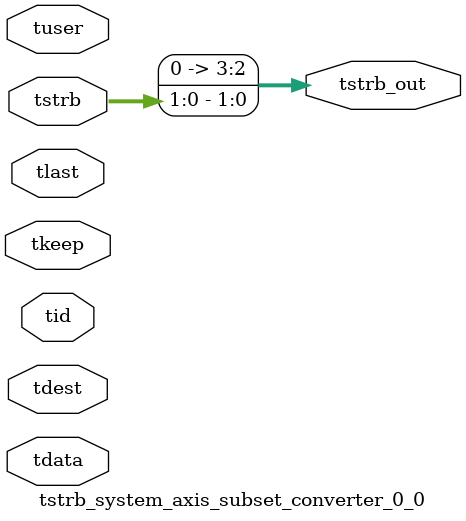
<source format=v>


`timescale 1ps/1ps

module tstrb_system_axis_subset_converter_0_0 #
(
parameter C_S_AXIS_TDATA_WIDTH = 32,
parameter C_S_AXIS_TUSER_WIDTH = 0,
parameter C_S_AXIS_TID_WIDTH   = 0,
parameter C_S_AXIS_TDEST_WIDTH = 0,
parameter C_M_AXIS_TDATA_WIDTH = 32
)
(
input  [(C_S_AXIS_TDATA_WIDTH == 0 ? 1 : C_S_AXIS_TDATA_WIDTH)-1:0     ] tdata,
input  [(C_S_AXIS_TUSER_WIDTH == 0 ? 1 : C_S_AXIS_TUSER_WIDTH)-1:0     ] tuser,
input  [(C_S_AXIS_TID_WIDTH   == 0 ? 1 : C_S_AXIS_TID_WIDTH)-1:0       ] tid,
input  [(C_S_AXIS_TDEST_WIDTH == 0 ? 1 : C_S_AXIS_TDEST_WIDTH)-1:0     ] tdest,
input  [(C_S_AXIS_TDATA_WIDTH/8)-1:0 ] tkeep,
input  [(C_S_AXIS_TDATA_WIDTH/8)-1:0 ] tstrb,
input                                                                    tlast,
output [(C_M_AXIS_TDATA_WIDTH/8)-1:0 ] tstrb_out
);

assign tstrb_out = {tstrb[1:0]};

endmodule


</source>
